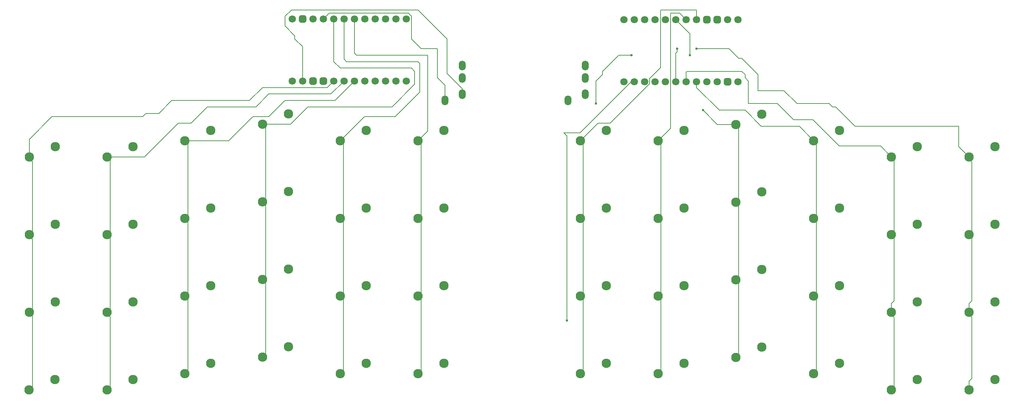
<source format=gbr>
%TF.GenerationSoftware,KiCad,Pcbnew,8.0.2*%
%TF.CreationDate,2024-05-01T20:17:26+07:00*%
%TF.ProjectId,apiratchai_split,61706972-6174-4636-9861-695f73706c69,rev?*%
%TF.SameCoordinates,Original*%
%TF.FileFunction,Copper,L1,Top*%
%TF.FilePolarity,Positive*%
%FSLAX46Y46*%
G04 Gerber Fmt 4.6, Leading zero omitted, Abs format (unit mm)*
G04 Created by KiCad (PCBNEW 8.0.2) date 2024-05-01 20:17:26*
%MOMM*%
%LPD*%
G01*
G04 APERTURE LIST*
G04 Aperture macros list*
%AMRoundRect*
0 Rectangle with rounded corners*
0 $1 Rounding radius*
0 $2 $3 $4 $5 $6 $7 $8 $9 X,Y pos of 4 corners*
0 Add a 4 corners polygon primitive as box body*
4,1,4,$2,$3,$4,$5,$6,$7,$8,$9,$2,$3,0*
0 Add four circle primitives for the rounded corners*
1,1,$1+$1,$2,$3*
1,1,$1+$1,$4,$5*
1,1,$1+$1,$6,$7*
1,1,$1+$1,$8,$9*
0 Add four rect primitives between the rounded corners*
20,1,$1+$1,$2,$3,$4,$5,0*
20,1,$1+$1,$4,$5,$6,$7,0*
20,1,$1+$1,$6,$7,$8,$9,0*
20,1,$1+$1,$8,$9,$2,$3,0*%
G04 Aperture macros list end*
%TA.AperFunction,ComponentPad*%
%ADD10C,2.300000*%
%TD*%
%TA.AperFunction,ComponentPad*%
%ADD11O,1.700000X2.400000*%
%TD*%
%TA.AperFunction,ComponentPad*%
%ADD12C,1.800000*%
%TD*%
%TA.AperFunction,ComponentPad*%
%ADD13RoundRect,0.450000X0.450000X-0.450000X0.450000X0.450000X-0.450000X0.450000X-0.450000X-0.450000X0*%
%TD*%
%TA.AperFunction,ComponentPad*%
%ADD14RoundRect,0.450000X-0.450000X0.450000X-0.450000X-0.450000X0.450000X-0.450000X0.450000X0.450000X0*%
%TD*%
%TA.AperFunction,ViaPad*%
%ADD15C,0.600000*%
%TD*%
%TA.AperFunction,Conductor*%
%ADD16C,0.200000*%
%TD*%
G04 APERTURE END LIST*
D10*
%TO.P,MX43,1,1*%
%TO.N,Col0R*%
X158908750Y-120997500D03*
%TO.P,MX43,2,2*%
%TO.N,Net-(D43-A)*%
X165258750Y-118457500D03*
%TD*%
%TO.P,MX26,1,1*%
%TO.N,Col1R*%
X177958750Y-63847500D03*
%TO.P,MX26,2,2*%
%TO.N,Net-(D26-A)*%
X184308750Y-61307500D03*
%TD*%
%TO.P,MX7,1,1*%
%TO.N,Col0*%
X23871250Y-86866250D03*
%TO.P,MX7,2,2*%
%TO.N,Net-(D7-A)*%
X30221250Y-84326250D03*
%TD*%
D11*
%TO.P,J3,R1*%
%TO.N,Net-(J4-Pin_2)*%
X160056250Y-52456250D03*
%TO.P,J3,R2*%
%TO.N,unconnected-(J3-PadR2)*%
X160056250Y-48456250D03*
%TO.P,J3,S*%
%TO.N,Net-(J4-Pin_14)*%
X160056250Y-45456250D03*
%TO.P,J3,T*%
%TO.N,Net-(J4-Pin_16)*%
X155856250Y-53956250D03*
%TD*%
D10*
%TO.P,MX31,1,1*%
%TO.N,Col0R*%
X158908750Y-82897500D03*
%TO.P,MX31,2,2*%
%TO.N,Net-(D31-A)*%
X165258750Y-80357500D03*
%TD*%
%TO.P,MX21,1,1*%
%TO.N,Col2*%
X61971250Y-120997500D03*
%TO.P,MX21,2,2*%
%TO.N,Net-(D21-A)*%
X68321250Y-118457500D03*
%TD*%
%TO.P,MX18,1,1*%
%TO.N,Col5*%
X119121250Y-101947500D03*
%TO.P,MX18,2,2*%
%TO.N,Net-(D18-A)*%
X125471250Y-99407500D03*
%TD*%
%TO.P,MX24,1,1*%
%TO.N,Col5*%
X119121250Y-120997500D03*
%TO.P,MX24,2,2*%
%TO.N,Net-(D24-A)*%
X125471250Y-118457500D03*
%TD*%
D11*
%TO.P,J2,R1*%
%TO.N,Net-(J1-Pin_2)*%
X129893750Y-52456250D03*
%TO.P,J2,R2*%
%TO.N,unconnected-(J2-PadR2)*%
X129893750Y-48456250D03*
%TO.P,J2,S*%
%TO.N,Net-(J1-Pin_14)*%
X129893750Y-45456250D03*
%TO.P,J2,T*%
%TO.N,Net-(J1-Pin_16)*%
X125693750Y-53956250D03*
%TD*%
D10*
%TO.P,MX47,1,1*%
%TO.N,Col4R*%
X235108750Y-124966250D03*
%TO.P,MX47,2,2*%
%TO.N,Net-(D47-A)*%
X241458750Y-122426250D03*
%TD*%
%TO.P,MX27,1,1*%
%TO.N,Col2R*%
X197008750Y-59878750D03*
%TO.P,MX27,2,2*%
%TO.N,Net-(D27-A)*%
X203358750Y-57338750D03*
%TD*%
%TO.P,MX44,1,1*%
%TO.N,Col1R*%
X177958750Y-120997500D03*
%TO.P,MX44,2,2*%
%TO.N,Net-(D44-A)*%
X184308750Y-118457500D03*
%TD*%
%TO.P,MX8,1,1*%
%TO.N,Col1*%
X42921250Y-86866250D03*
%TO.P,MX8,2,2*%
%TO.N,Net-(D8-A)*%
X49271250Y-84326250D03*
%TD*%
%TO.P,MX39,1,1*%
%TO.N,Col2R*%
X197008750Y-97978750D03*
%TO.P,MX39,2,2*%
%TO.N,Net-(D39-A)*%
X203358750Y-95438750D03*
%TD*%
D12*
%TO.P,J1,1,Pin_1*%
%TO.N,unconnected-(J1-Pin_1-Pad1)*%
X88265000Y-49212500D03*
%TO.P,J1,2,Pin_2*%
%TO.N,Net-(J1-Pin_2)*%
X90805000Y-49212500D03*
D13*
%TO.P,J1,3,Pin_3*%
%TO.N,unconnected-(J1-Pin_3-Pad3)*%
X93345000Y-49212500D03*
%TO.P,J1,4,Pin_4*%
%TO.N,unconnected-(J1-Pin_4-Pad4)*%
X95885000Y-49212500D03*
D12*
%TO.P,J1,5,Pin_5*%
%TO.N,Col0*%
X98425000Y-49212500D03*
%TO.P,J1,6,Pin_6*%
%TO.N,Col1*%
X100965000Y-49212500D03*
%TO.P,J1,7,Pin_7*%
%TO.N,Col2*%
X103505000Y-49212500D03*
%TO.P,J1,8,Pin_8*%
%TO.N,unconnected-(J1-Pin_8-Pad8)*%
X106045000Y-49212500D03*
%TO.P,J1,9,Pin_9*%
%TO.N,unconnected-(J1-Pin_9-Pad9)*%
X108585000Y-49212500D03*
%TO.P,J1,10,Pin_10*%
%TO.N,unconnected-(J1-Pin_10-Pad10)*%
X111125000Y-49212500D03*
%TO.P,J1,11,Pin_11*%
%TO.N,Row0*%
X113665000Y-49212500D03*
%TO.P,J1,12,Pin_12*%
%TO.N,Row1*%
X116205000Y-49212500D03*
%TO.P,J1,13,Pin_13*%
%TO.N,unconnected-(J1-Pin_13-Pad13)*%
X88265000Y-33972500D03*
D13*
%TO.P,J1,14,Pin_14*%
%TO.N,Net-(J1-Pin_14)*%
X90805000Y-33972500D03*
D12*
%TO.P,J1,15,Pin_15*%
%TO.N,unconnected-(J1-Pin_15-Pad15)*%
X93345000Y-33972500D03*
%TO.P,J1,16,Pin_16*%
%TO.N,Net-(J1-Pin_16)*%
X95885000Y-33972500D03*
%TO.P,J1,17,Pin_17*%
%TO.N,Col3*%
X98425000Y-33972500D03*
%TO.P,J1,18,Pin_18*%
%TO.N,Col4*%
X100965000Y-33972500D03*
%TO.P,J1,19,Pin_19*%
%TO.N,Col5*%
X103505000Y-33972500D03*
%TO.P,J1,20,Pin_20*%
%TO.N,unconnected-(J1-Pin_20-Pad20)*%
X106045000Y-33972500D03*
%TO.P,J1,21,Pin_21*%
%TO.N,unconnected-(J1-Pin_21-Pad21)*%
X108585000Y-33972500D03*
%TO.P,J1,22,Pin_22*%
%TO.N,unconnected-(J1-Pin_22-Pad22)*%
X111125000Y-33972500D03*
%TO.P,J1,23,Pin_23*%
%TO.N,Row2*%
X113665000Y-33972500D03*
%TO.P,J1,24,Pin_24*%
%TO.N,Row3*%
X116205000Y-33972500D03*
%TD*%
D10*
%TO.P,MX1,1,1*%
%TO.N,Col0*%
X23871250Y-67816250D03*
%TO.P,MX1,2,2*%
%TO.N,Net-(D1-A)*%
X30221250Y-65276250D03*
%TD*%
%TO.P,MX15,1,1*%
%TO.N,Col2*%
X61971250Y-101947500D03*
%TO.P,MX15,2,2*%
%TO.N,Net-(D15-A)*%
X68321250Y-99407500D03*
%TD*%
%TO.P,MX25,1,1*%
%TO.N,Col0R*%
X158908750Y-63847500D03*
%TO.P,MX25,2,2*%
%TO.N,Net-(D25-A)*%
X165258750Y-61307500D03*
%TD*%
%TO.P,MX37,1,1*%
%TO.N,Col0R*%
X158908750Y-101947500D03*
%TO.P,MX37,2,2*%
%TO.N,Net-(D37-A)*%
X165258750Y-99407500D03*
%TD*%
D12*
%TO.P,J4,1,Pin_1*%
%TO.N,unconnected-(J4-Pin_1-Pad1)*%
X197485000Y-34131250D03*
%TO.P,J4,2,Pin_2*%
%TO.N,Net-(J4-Pin_2)*%
X194945000Y-34131250D03*
D14*
%TO.P,J4,3,Pin_3*%
%TO.N,unconnected-(J4-Pin_3-Pad3)*%
X192405000Y-34131250D03*
%TO.P,J4,4,Pin_4*%
%TO.N,unconnected-(J4-Pin_4-Pad4)*%
X189865000Y-34131250D03*
D12*
%TO.P,J4,5,Pin_5*%
%TO.N,Col0R*%
X187325000Y-34131250D03*
%TO.P,J4,6,Pin_6*%
%TO.N,Col1R*%
X184785000Y-34131250D03*
%TO.P,J4,7,Pin_7*%
%TO.N,Col2R*%
X182245000Y-34131250D03*
%TO.P,J4,8,Pin_8*%
%TO.N,unconnected-(J4-Pin_8-Pad8)*%
X179705000Y-34131250D03*
%TO.P,J4,9,Pin_9*%
%TO.N,unconnected-(J4-Pin_9-Pad9)*%
X177165000Y-34131250D03*
%TO.P,J4,10,Pin_10*%
%TO.N,unconnected-(J4-Pin_10-Pad10)*%
X174625000Y-34131250D03*
%TO.P,J4,11,Pin_11*%
%TO.N,Row0R*%
X172085000Y-34131250D03*
%TO.P,J4,12,Pin_12*%
%TO.N,Row1R*%
X169545000Y-34131250D03*
%TO.P,J4,13,Pin_13*%
%TO.N,unconnected-(J4-Pin_13-Pad13)*%
X197485000Y-49371250D03*
D14*
%TO.P,J4,14,Pin_14*%
%TO.N,Net-(J4-Pin_14)*%
X194945000Y-49371250D03*
D12*
%TO.P,J4,15,Pin_15*%
%TO.N,unconnected-(J4-Pin_15-Pad15)*%
X192405000Y-49371250D03*
%TO.P,J4,16,Pin_16*%
%TO.N,Net-(J4-Pin_16)*%
X189865000Y-49371250D03*
%TO.P,J4,17,Pin_17*%
%TO.N,Col3R*%
X187325000Y-49371250D03*
%TO.P,J4,18,Pin_18*%
%TO.N,Col4R*%
X184785000Y-49371250D03*
%TO.P,J4,19,Pin_19*%
%TO.N,Col5R*%
X182245000Y-49371250D03*
%TO.P,J4,20,Pin_20*%
%TO.N,unconnected-(J4-Pin_20-Pad20)*%
X179705000Y-49371250D03*
%TO.P,J4,21,Pin_21*%
%TO.N,unconnected-(J4-Pin_21-Pad21)*%
X177165000Y-49371250D03*
%TO.P,J4,22,Pin_22*%
%TO.N,unconnected-(J4-Pin_22-Pad22)*%
X174625000Y-49371250D03*
%TO.P,J4,23,Pin_23*%
%TO.N,Row2R*%
X172085000Y-49371250D03*
%TO.P,J4,24,Pin_24*%
%TO.N,Row3R*%
X169545000Y-49371250D03*
%TD*%
D10*
%TO.P,MX45,1,1*%
%TO.N,Col2R*%
X197008750Y-117028750D03*
%TO.P,MX45,2,2*%
%TO.N,Net-(D45-A)*%
X203358750Y-114488750D03*
%TD*%
%TO.P,MX3,1,1*%
%TO.N,Col2*%
X61971250Y-63847500D03*
%TO.P,MX3,2,2*%
%TO.N,Net-(D3-A)*%
X68321250Y-61307500D03*
%TD*%
%TO.P,MX46,1,1*%
%TO.N,Col3R*%
X216040000Y-121003750D03*
%TO.P,MX46,2,2*%
%TO.N,Net-(D46-A)*%
X222390000Y-118463750D03*
%TD*%
%TO.P,MX41,1,1*%
%TO.N,Col4R*%
X235108750Y-105916250D03*
%TO.P,MX41,2,2*%
%TO.N,Net-(D41-A)*%
X241458750Y-103376250D03*
%TD*%
%TO.P,MX20,1,1*%
%TO.N,Col1*%
X42921250Y-124966250D03*
%TO.P,MX20,2,2*%
%TO.N,Net-(D20-A)*%
X49271250Y-122426250D03*
%TD*%
%TO.P,MX22,1,1*%
%TO.N,Col3*%
X81021250Y-116966250D03*
%TO.P,MX22,2,2*%
%TO.N,Net-(D22-A)*%
X87371250Y-114426250D03*
%TD*%
%TO.P,MX33,1,1*%
%TO.N,Col2R*%
X197008750Y-78928750D03*
%TO.P,MX33,2,2*%
%TO.N,Net-(D33-A)*%
X203358750Y-76388750D03*
%TD*%
%TO.P,MX17,1,1*%
%TO.N,Col4*%
X100071250Y-101947500D03*
%TO.P,MX17,2,2*%
%TO.N,Net-(D17-A)*%
X106421250Y-99407500D03*
%TD*%
%TO.P,MX5,1,1*%
%TO.N,Col4*%
X100071250Y-63847500D03*
%TO.P,MX5,2,2*%
%TO.N,Net-(D5-A)*%
X106421250Y-61307500D03*
%TD*%
%TO.P,MX9,1,1*%
%TO.N,Col2*%
X61971250Y-82897500D03*
%TO.P,MX9,2,2*%
%TO.N,Net-(D9-A)*%
X68321250Y-80357500D03*
%TD*%
%TO.P,MX34,1,1*%
%TO.N,Col3R*%
X216058750Y-82897500D03*
%TO.P,MX34,2,2*%
%TO.N,Net-(D34-A)*%
X222408750Y-80357500D03*
%TD*%
%TO.P,MX32,1,1*%
%TO.N,Col1R*%
X177958750Y-82897500D03*
%TO.P,MX32,2,2*%
%TO.N,Net-(D32-A)*%
X184308750Y-80357500D03*
%TD*%
%TO.P,MX48,1,1*%
%TO.N,Col5R*%
X254158750Y-124966250D03*
%TO.P,MX48,2,2*%
%TO.N,Net-(D48-A)*%
X260508750Y-122426250D03*
%TD*%
%TO.P,MX40,1,1*%
%TO.N,Col3R*%
X216058750Y-101947500D03*
%TO.P,MX40,2,2*%
%TO.N,Net-(D40-A)*%
X222408750Y-99407500D03*
%TD*%
%TO.P,MX11,1,1*%
%TO.N,Col4*%
X100071250Y-82897500D03*
%TO.P,MX11,2,2*%
%TO.N,Net-(D11-A)*%
X106421250Y-80357500D03*
%TD*%
%TO.P,MX23,1,1*%
%TO.N,Col4*%
X100071250Y-120997500D03*
%TO.P,MX23,2,2*%
%TO.N,Net-(D23-A)*%
X106421250Y-118457500D03*
%TD*%
%TO.P,MX14,1,1*%
%TO.N,Col1*%
X42921250Y-105916250D03*
%TO.P,MX14,2,2*%
%TO.N,Net-(D14-A)*%
X49271250Y-103376250D03*
%TD*%
%TO.P,MX19,1,1*%
%TO.N,Col0*%
X23772500Y-124966250D03*
%TO.P,MX19,2,2*%
%TO.N,Net-(D19-A)*%
X30122500Y-122426250D03*
%TD*%
%TO.P,MX12,1,1*%
%TO.N,Col5*%
X119121250Y-82897500D03*
%TO.P,MX12,2,2*%
%TO.N,Net-(D12-A)*%
X125471250Y-80357500D03*
%TD*%
%TO.P,MX30,1,1*%
%TO.N,Col5R*%
X254158750Y-67816250D03*
%TO.P,MX30,2,2*%
%TO.N,Net-(D30-A)*%
X260508750Y-65276250D03*
%TD*%
%TO.P,MX10,1,1*%
%TO.N,Col3*%
X81021250Y-78866250D03*
%TO.P,MX10,2,2*%
%TO.N,Net-(D10-A)*%
X87371250Y-76326250D03*
%TD*%
%TO.P,MX2,1,1*%
%TO.N,Col1*%
X42921250Y-67816250D03*
%TO.P,MX2,2,2*%
%TO.N,Net-(D2-A)*%
X49271250Y-65276250D03*
%TD*%
%TO.P,MX42,1,1*%
%TO.N,Col5R*%
X254158750Y-105916250D03*
%TO.P,MX42,2,2*%
%TO.N,Net-(D42-A)*%
X260508750Y-103376250D03*
%TD*%
%TO.P,MX16,1,1*%
%TO.N,Col3*%
X81021250Y-97916250D03*
%TO.P,MX16,2,2*%
%TO.N,Net-(D16-A)*%
X87371250Y-95376250D03*
%TD*%
%TO.P,MX29,1,1*%
%TO.N,Col4R*%
X235108750Y-67816250D03*
%TO.P,MX29,2,2*%
%TO.N,Net-(D29-A)*%
X241458750Y-65276250D03*
%TD*%
%TO.P,MX28,1,1*%
%TO.N,Col3R*%
X216058750Y-63847500D03*
%TO.P,MX28,2,2*%
%TO.N,Net-(D28-A)*%
X222408750Y-61307500D03*
%TD*%
%TO.P,MX36,1,1*%
%TO.N,Col5R*%
X254158750Y-86866250D03*
%TO.P,MX36,2,2*%
%TO.N,Net-(D36-A)*%
X260508750Y-84326250D03*
%TD*%
%TO.P,MX13,1,1*%
%TO.N,Col0*%
X23871250Y-105916250D03*
%TO.P,MX13,2,2*%
%TO.N,Net-(D13-A)*%
X30221250Y-103376250D03*
%TD*%
%TO.P,MX4,1,1*%
%TO.N,Col3*%
X81021250Y-59816250D03*
%TO.P,MX4,2,2*%
%TO.N,Net-(D4-A)*%
X87371250Y-57276250D03*
%TD*%
%TO.P,MX38,1,1*%
%TO.N,Col1R*%
X177958750Y-101947500D03*
%TO.P,MX38,2,2*%
%TO.N,Net-(D38-A)*%
X184308750Y-99407500D03*
%TD*%
%TO.P,MX35,1,1*%
%TO.N,Col4R*%
X235108750Y-86866250D03*
%TO.P,MX35,2,2*%
%TO.N,Net-(D35-A)*%
X241458750Y-84326250D03*
%TD*%
%TO.P,MX6,1,1*%
%TO.N,Col5*%
X119121250Y-63847500D03*
%TO.P,MX6,2,2*%
%TO.N,Net-(D6-A)*%
X125471250Y-61307500D03*
%TD*%
D15*
%TO.N,Row2R*%
X155575000Y-107950000D03*
%TO.N,Col5R*%
X182562500Y-41275000D03*
X187325000Y-41275000D03*
%TO.N,Col2R*%
X188912500Y-56356250D03*
X185737500Y-42862500D03*
X162718750Y-54768750D03*
X171450000Y-42862500D03*
%TD*%
D16*
%TO.N,Col1R*%
X180975000Y-60831250D02*
X177958750Y-63847500D01*
X180975000Y-32543750D02*
X180975000Y-60831250D01*
X183197500Y-32543750D02*
X180975000Y-32543750D01*
X184785000Y-34131250D02*
X183197500Y-32543750D01*
%TO.N,Col0R*%
X163225000Y-59531250D02*
X158908750Y-63847500D01*
X166162057Y-59531250D02*
X163225000Y-59531250D01*
X175825000Y-49868307D02*
X166162057Y-59531250D01*
X178505000Y-31838750D02*
X178505000Y-45948750D01*
X178593750Y-31750000D02*
X178505000Y-31838750D01*
X178505000Y-45948750D02*
X175825000Y-48628750D01*
X175825000Y-48628750D02*
X175825000Y-49868307D01*
X187325000Y-31750000D02*
X178593750Y-31750000D01*
X187325000Y-34131250D02*
X187325000Y-31750000D01*
%TO.N,Net-(J1-Pin_2)*%
X88900000Y-38893750D02*
X90805000Y-40798750D01*
X88900000Y-38100000D02*
X88900000Y-38893750D01*
X86518750Y-35718750D02*
X88900000Y-38100000D01*
X90805000Y-40798750D02*
X90805000Y-49212500D01*
X88106250Y-31750000D02*
X86518750Y-33337500D01*
X126206250Y-38893750D02*
X119062500Y-31750000D01*
X129893750Y-51056250D02*
X126206250Y-47368750D01*
X129893750Y-52456250D02*
X129893750Y-51056250D01*
X119062500Y-31750000D02*
X88106250Y-31750000D01*
X86518750Y-33337500D02*
X86518750Y-35718750D01*
X126206250Y-47368750D02*
X126206250Y-38893750D01*
%TO.N,Net-(J1-Pin_16)*%
X97313750Y-32543750D02*
X95885000Y-33972500D01*
X116681250Y-32543750D02*
X97313750Y-32543750D01*
X123825000Y-48418750D02*
X123825000Y-41275000D01*
X119856250Y-41275000D02*
X117475000Y-38893750D01*
X117475000Y-38893750D02*
X117475000Y-33337500D01*
X117475000Y-33337500D02*
X116681250Y-32543750D01*
X125693750Y-50287500D02*
X123825000Y-48418750D01*
X125693750Y-53956250D02*
X125693750Y-50287500D01*
X123825000Y-41275000D02*
X119856250Y-41275000D01*
%TO.N,Row2R*%
X154781250Y-61912500D02*
X155575000Y-62706250D01*
X171334390Y-49371250D02*
X158793140Y-61912500D01*
X155575000Y-62706250D02*
X155575000Y-107950000D01*
X158793140Y-61912500D02*
X154781250Y-61912500D01*
X172085000Y-49371250D02*
X171334390Y-49371250D01*
%TO.N,Col0*%
X55562500Y-57150000D02*
X52387500Y-57150000D01*
X52387500Y-57150000D02*
X51593750Y-57943750D01*
X23871250Y-67816250D02*
X23871250Y-68321250D01*
X24606250Y-69056250D02*
X24606250Y-86131250D01*
X24606250Y-106651250D02*
X24606250Y-124132500D01*
X80962500Y-50800000D02*
X77787500Y-53975000D01*
X23871250Y-63558750D02*
X23871250Y-67816250D01*
X58737500Y-53975000D02*
X55562500Y-57150000D01*
X77787500Y-53975000D02*
X58737500Y-53975000D01*
X23871250Y-86866250D02*
X23871250Y-87371250D01*
X96837500Y-50800000D02*
X80962500Y-50800000D01*
X24606250Y-105181250D02*
X23871250Y-105916250D01*
X51593750Y-57943750D02*
X29368750Y-57943750D01*
X24606250Y-86131250D02*
X23871250Y-86866250D01*
X23871250Y-68321250D02*
X24606250Y-69056250D01*
X29368750Y-57943750D02*
X23812500Y-63500000D01*
X24606250Y-88106250D02*
X24606250Y-105181250D01*
X24606250Y-124132500D02*
X23772500Y-124966250D01*
X23871250Y-105916250D02*
X24606250Y-106651250D01*
X23812500Y-63500000D02*
X23871250Y-63558750D01*
X98425000Y-49212500D02*
X96837500Y-50800000D01*
X23871250Y-87371250D02*
X24606250Y-88106250D01*
%TO.N,Col3*%
X81021250Y-78866250D02*
X81530000Y-79375000D01*
X118268750Y-50006250D02*
X112712500Y-55562500D01*
X81530000Y-79375000D02*
X81756250Y-79375000D01*
X81756250Y-116231250D02*
X81021250Y-116966250D01*
X100012500Y-46037500D02*
X117475000Y-46037500D01*
X81247500Y-59816250D02*
X81756250Y-60325000D01*
X117475000Y-46037500D02*
X118268750Y-46831250D01*
X92075000Y-55562500D02*
X87821250Y-59816250D01*
X81021250Y-59816250D02*
X81247500Y-59816250D01*
X98425000Y-33972500D02*
X98425000Y-44450000D01*
X118268750Y-46831250D02*
X118268750Y-50006250D01*
X112712500Y-55562500D02*
X92075000Y-55562500D01*
X81021250Y-97916250D02*
X81530000Y-98425000D01*
X81756250Y-60325000D02*
X81756250Y-78131250D01*
X81756250Y-97181250D02*
X81021250Y-97916250D01*
X81530000Y-98425000D02*
X81756250Y-98425000D01*
X81756250Y-98425000D02*
X81756250Y-116231250D01*
X98425000Y-44450000D02*
X100012500Y-46037500D01*
X87821250Y-59816250D02*
X81021250Y-59816250D01*
X81756250Y-78131250D02*
X81021250Y-78866250D01*
X81756250Y-79375000D02*
X81756250Y-97181250D01*
%TO.N,Col1*%
X82550000Y-52387500D02*
X79375000Y-55562500D01*
X60325000Y-59531250D02*
X52040000Y-67816250D01*
X97790000Y-52387500D02*
X82550000Y-52387500D01*
X43656250Y-68551250D02*
X43656250Y-86131250D01*
X42921250Y-106421250D02*
X43656250Y-107156250D01*
X43656250Y-105181250D02*
X42921250Y-105916250D01*
X79375000Y-55562500D02*
X67468750Y-55562500D01*
X100965000Y-49212500D02*
X97790000Y-52387500D01*
X42921250Y-86866250D02*
X43656250Y-87601250D01*
X42921250Y-105916250D02*
X42921250Y-106421250D01*
X43656250Y-87601250D02*
X43656250Y-105181250D01*
X43656250Y-107156250D02*
X43656250Y-124231250D01*
X43656250Y-86131250D02*
X42921250Y-86866250D01*
X43656250Y-124231250D02*
X42921250Y-124966250D01*
X52040000Y-67816250D02*
X42921250Y-67816250D01*
X67468750Y-55562500D02*
X63500000Y-59531250D01*
X63500000Y-59531250D02*
X60325000Y-59531250D01*
X42921250Y-67816250D02*
X43656250Y-68551250D01*
%TO.N,Col5*%
X119410000Y-63847500D02*
X119856250Y-64293750D01*
X119856250Y-101212500D02*
X119121250Y-101947500D01*
X103505000Y-42386250D02*
X103981250Y-42862500D01*
X119856250Y-82162500D02*
X119121250Y-82897500D01*
X119121250Y-101947500D02*
X119856250Y-102682500D01*
X103505000Y-33972500D02*
X103505000Y-42386250D01*
X119856250Y-120262500D02*
X119121250Y-120997500D01*
X119121250Y-82897500D02*
X119410000Y-82897500D01*
X119121250Y-63847500D02*
X119410000Y-63847500D01*
X121443750Y-42862500D02*
X121443750Y-61525000D01*
X119410000Y-82897500D02*
X119856250Y-83343750D01*
X119856250Y-83343750D02*
X119856250Y-101212500D01*
X119856250Y-102682500D02*
X119856250Y-120262500D01*
X103981250Y-42862500D02*
X121443750Y-42862500D01*
X119856250Y-64293750D02*
X119856250Y-82162500D01*
%TO.N,Col4*%
X119062500Y-44450000D02*
X101600000Y-44450000D01*
X119521250Y-44908750D02*
X119062500Y-44450000D01*
X119521250Y-51928750D02*
X119521250Y-44908750D01*
X100360000Y-82897500D02*
X100806250Y-83343750D01*
X100360000Y-101947500D02*
X100806250Y-102393750D01*
X100071250Y-101947500D02*
X100360000Y-101947500D01*
X113506250Y-57943750D02*
X119521250Y-51928750D01*
X100965000Y-43815000D02*
X100965000Y-33972500D01*
X100806250Y-120262500D02*
X100071250Y-120997500D01*
X100806250Y-102393750D02*
X100806250Y-120262500D01*
X100360000Y-63847500D02*
X100806250Y-64293750D01*
X105975000Y-57943750D02*
X113506250Y-57943750D01*
X100071250Y-82897500D02*
X100360000Y-82897500D01*
X101600000Y-44450000D02*
X100965000Y-43815000D01*
X100806250Y-101212500D02*
X100071250Y-101947500D01*
X100071250Y-63847500D02*
X105975000Y-57943750D01*
X100071250Y-63847500D02*
X100360000Y-63847500D01*
X100806250Y-83343750D02*
X100806250Y-101212500D01*
X100806250Y-82162500D02*
X100071250Y-82897500D01*
X100806250Y-64293750D02*
X100806250Y-82162500D01*
%TO.N,Col2*%
X78581250Y-57943750D02*
X72677500Y-63847500D01*
X62260000Y-63847500D02*
X62706250Y-64293750D01*
X61971250Y-82897500D02*
X62417500Y-83343750D01*
X61971250Y-63847500D02*
X62260000Y-63847500D01*
X62706250Y-64293750D02*
X62706250Y-82162500D01*
X98742500Y-53975000D02*
X86518750Y-53975000D01*
X62706250Y-82162500D02*
X61971250Y-82897500D01*
X62706250Y-83343750D02*
X62706250Y-101212500D01*
X82550000Y-57943750D02*
X78581250Y-57943750D01*
X61971250Y-101947500D02*
X62260000Y-101947500D01*
X86518750Y-53975000D02*
X82550000Y-57943750D01*
X62706250Y-120262500D02*
X61971250Y-120997500D01*
X72677500Y-63847500D02*
X61971250Y-63847500D01*
X103505000Y-49212500D02*
X98742500Y-53975000D01*
X62260000Y-101947500D02*
X62706250Y-102393750D01*
X62706250Y-102393750D02*
X62706250Y-120262500D01*
X62706250Y-101212500D02*
X61971250Y-101947500D01*
X62417500Y-83343750D02*
X62706250Y-83343750D01*
%TO.N,Col3R*%
X216058750Y-101947500D02*
X216693750Y-102582500D01*
X216693750Y-64293750D02*
X216693750Y-82262500D01*
X216693750Y-102582500D02*
X216693750Y-120350000D01*
X216058750Y-82897500D02*
X216505000Y-83343750D01*
X216505000Y-83343750D02*
X216693750Y-83343750D01*
X216058750Y-63847500D02*
X216247500Y-63847500D01*
X216693750Y-101312500D02*
X216058750Y-101947500D01*
X199231250Y-56356250D02*
X203200000Y-60325000D01*
X216693750Y-82262500D02*
X216058750Y-82897500D01*
X216247500Y-63847500D02*
X216693750Y-64293750D01*
X187325000Y-49371250D02*
X187325000Y-50800000D01*
X203200000Y-60325000D02*
X212536250Y-60325000D01*
X192881250Y-56356250D02*
X199231250Y-56356250D01*
X216693750Y-120350000D02*
X216040000Y-121003750D01*
X216693750Y-83343750D02*
X216693750Y-101312500D01*
X212536250Y-60325000D02*
X216058750Y-63847500D01*
X187325000Y-50800000D02*
X192881250Y-56356250D01*
%TO.N,Col5R*%
X254158750Y-105916250D02*
X254158750Y-106521250D01*
X254793750Y-103187500D02*
X254158750Y-103822500D01*
X251618750Y-60325000D02*
X226218750Y-60325000D01*
X254793750Y-69056250D02*
X254793750Y-86231250D01*
X226218750Y-60325000D02*
X221456250Y-55562500D01*
X211931250Y-54768750D02*
X208756250Y-51593750D01*
X254158750Y-67816250D02*
X251618750Y-65276250D01*
X220662500Y-55562500D02*
X219868750Y-54768750D01*
X254158750Y-122872500D02*
X254158750Y-124966250D01*
X254793750Y-86231250D02*
X254158750Y-86866250D01*
X182245000Y-42386250D02*
X182245000Y-49371250D01*
X182562500Y-41275000D02*
X182562500Y-42068750D01*
X254158750Y-68421250D02*
X254793750Y-69056250D01*
X254158750Y-106521250D02*
X254793750Y-107156250D01*
X254158750Y-103822500D02*
X254158750Y-105916250D01*
X202406250Y-47625000D02*
X198437500Y-43656250D01*
X208756250Y-51593750D02*
X202406250Y-51593750D01*
X254158750Y-67816250D02*
X254158750Y-68421250D01*
X221456250Y-55562500D02*
X220662500Y-55562500D01*
X251618750Y-65276250D02*
X251618750Y-60325000D01*
X197643750Y-43656250D02*
X195262500Y-41275000D01*
X254347500Y-86866250D02*
X254793750Y-87312500D01*
X254793750Y-107156250D02*
X254793750Y-122237500D01*
X254793750Y-87312500D02*
X254793750Y-103187500D01*
X202406250Y-51593750D02*
X202406250Y-47625000D01*
X254158750Y-86866250D02*
X254347500Y-86866250D01*
X198437500Y-43656250D02*
X197643750Y-43656250D01*
X182562500Y-42068750D02*
X182245000Y-42386250D01*
X219868750Y-54768750D02*
X211931250Y-54768750D01*
X254793750Y-122237500D02*
X254158750Y-122872500D01*
X195262500Y-41275000D02*
X187325000Y-41275000D01*
%TO.N,Col4R*%
X215900000Y-58737500D02*
X222325000Y-65162500D01*
X235108750Y-103822500D02*
X235108750Y-105916250D01*
X235743750Y-124331250D02*
X235108750Y-124966250D01*
X235743750Y-107156250D02*
X235743750Y-124331250D01*
X211137500Y-58737500D02*
X215900000Y-58737500D01*
X198437500Y-46831250D02*
X199231250Y-47625000D01*
X200025000Y-49212500D02*
X200025000Y-54768750D01*
X222325000Y-65162500D02*
X232455000Y-65162500D01*
X235108750Y-105916250D02*
X235108750Y-106521250D01*
X207168750Y-54768750D02*
X211137500Y-58737500D01*
X235108750Y-106521250D02*
X235743750Y-107156250D01*
X235743750Y-86231250D02*
X235108750Y-86866250D01*
X235743750Y-68451250D02*
X235743750Y-86231250D01*
X184943750Y-46831250D02*
X198437500Y-46831250D01*
X235743750Y-87501250D02*
X235743750Y-103187500D01*
X199231250Y-48418750D02*
X200025000Y-49212500D01*
X184785000Y-49371250D02*
X184785000Y-46990000D01*
X232455000Y-65162500D02*
X235108750Y-67816250D01*
X235743750Y-103187500D02*
X235108750Y-103822500D01*
X235108750Y-86866250D02*
X235743750Y-87501250D01*
X235108750Y-67816250D02*
X235743750Y-68451250D01*
X184785000Y-46990000D02*
X184943750Y-46831250D01*
X200025000Y-54768750D02*
X207168750Y-54768750D01*
X199231250Y-47625000D02*
X199231250Y-48418750D01*
%TO.N,Col0R*%
X159543750Y-102393750D02*
X159543750Y-120362500D01*
X159543750Y-83343750D02*
X159543750Y-101312500D01*
X158908750Y-82897500D02*
X159097500Y-82897500D01*
X159097500Y-82897500D02*
X159543750Y-83343750D01*
X159097500Y-101947500D02*
X159543750Y-102393750D01*
X158908750Y-63847500D02*
X159097500Y-63847500D01*
X159543750Y-82262500D02*
X158908750Y-82897500D01*
X159543750Y-64293750D02*
X159543750Y-82262500D01*
X158908750Y-101947500D02*
X159097500Y-101947500D01*
X159543750Y-101312500D02*
X158908750Y-101947500D01*
X159543750Y-120362500D02*
X158908750Y-120997500D01*
X159097500Y-63847500D02*
X159543750Y-64293750D01*
%TO.N,Col2R*%
X197643750Y-97343750D02*
X197008750Y-97978750D01*
X164306250Y-46831250D02*
X164306250Y-47625000D01*
X162718750Y-49212500D02*
X162718750Y-54768750D01*
X197197500Y-97978750D02*
X197643750Y-98425000D01*
X197643750Y-98425000D02*
X197643750Y-116393750D01*
X197008750Y-78928750D02*
X197197500Y-78928750D01*
X168275000Y-42862500D02*
X164306250Y-46831250D01*
X197643750Y-79375000D02*
X197643750Y-97343750D01*
X164306250Y-47625000D02*
X162718750Y-49212500D01*
X192435000Y-59878750D02*
X197008750Y-59878750D01*
X171450000Y-42862500D02*
X168275000Y-42862500D01*
X188912500Y-56356250D02*
X192435000Y-59878750D01*
X182245000Y-34131250D02*
X185737500Y-37623750D01*
X185737500Y-37623750D02*
X185737500Y-42862500D01*
X197008750Y-59878750D02*
X197197500Y-59878750D01*
X197643750Y-116393750D02*
X197008750Y-117028750D01*
X197197500Y-78928750D02*
X197643750Y-79375000D01*
X197643750Y-78293750D02*
X197008750Y-78928750D01*
X197008750Y-97978750D02*
X197197500Y-97978750D01*
X197197500Y-59878750D02*
X197643750Y-60325000D01*
X197643750Y-60325000D02*
X197643750Y-78293750D01*
%TO.N,Col1R*%
X178593750Y-64293750D02*
X178593750Y-82262500D01*
X178593750Y-83343750D02*
X178593750Y-101312500D01*
X177958750Y-101947500D02*
X178593750Y-102582500D01*
X178593750Y-102582500D02*
X178593750Y-120362500D01*
X177958750Y-63847500D02*
X178147500Y-63847500D01*
X178147500Y-82897500D02*
X178593750Y-83343750D01*
X178593750Y-82262500D02*
X177958750Y-82897500D01*
X177958750Y-82897500D02*
X178147500Y-82897500D01*
X178593750Y-120362500D02*
X177958750Y-120997500D01*
X178147500Y-63847500D02*
X178593750Y-64293750D01*
X178593750Y-101312500D02*
X177958750Y-101947500D01*
%TO.N,Col5*%
X121443750Y-61525000D02*
X119121250Y-63847500D01*
%TD*%
M02*

</source>
